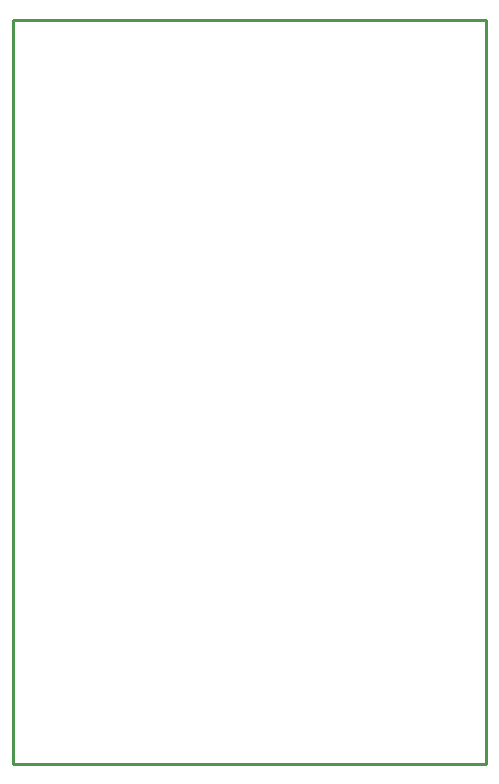
<source format=gbr>
G04 This is an RS-274x file exported by *
G04 gerbv version 2.3.0 *
G04 More information is available about gerbv at *
G04 http://gerbv.sourceforge.net/ *
G04 --End of header info--*
%MOIN*%
%FSLAX23Y23*%
%IPPOS*%
G04 --Define apertures--*
%ADD10C,0.0100*%
%ADD11R,0.0080X0.0080*%
%ADD12C,0.0060*%
G04 --Start main section--*
G54D10*
G01X00000Y02480D02*
G01X01575Y02480D01*
G01X00000Y02480D02*
G01X00000Y00000D01*
G01X01575Y02480D02*
G01X01575Y00000D01*
G01X00000Y00000D02*
G01X01575Y00000D01*
M02*

</source>
